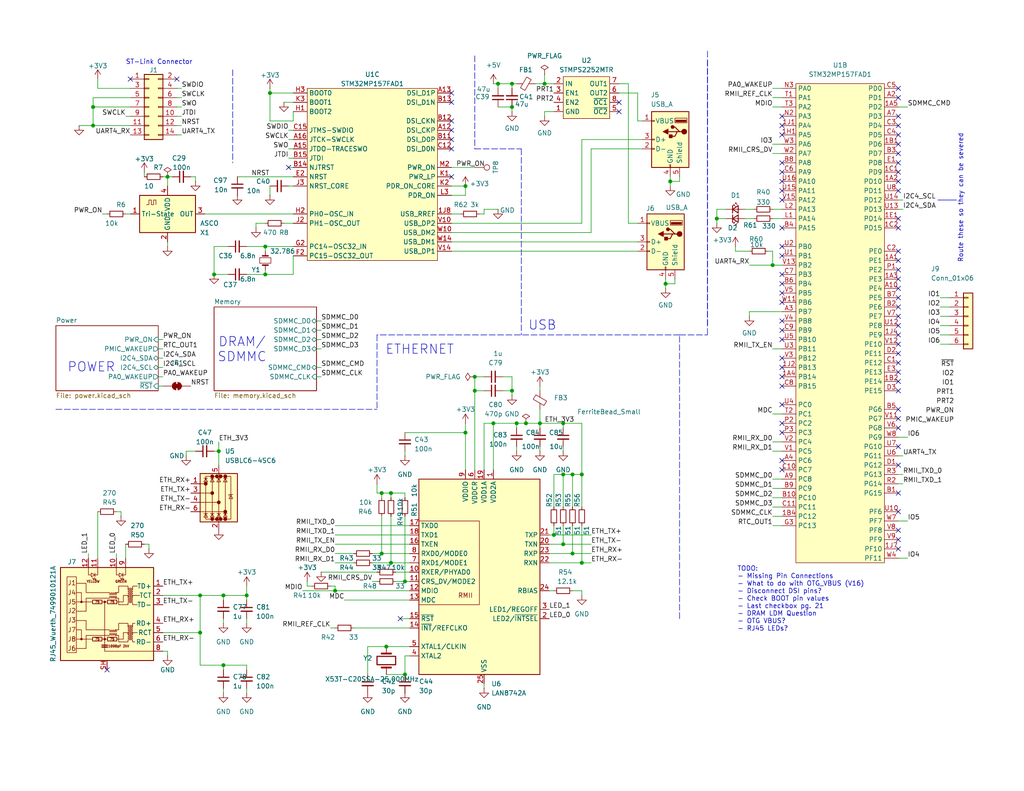
<source format=kicad_sch>
(kicad_sch (version 20231120) (generator "eeschema") (generator_version "8.0")
  (paper "USLetter")
  (title_block (title "SimpleSBC") (date "2025-02-03") (rev "2") (comment 1 "Hans Gaensbauer and Tim Shepard"))
  (junction (at 127 50.8))
  (junction (at 143.51 115.57))
  (junction (at 60.96 162.56))
  (junction (at 58.42 74.93))
  (junction (at 153.67 129.54))
  (junction (at 147.32 115.57))
  (junction (at 72.39 74.93))
  (junction (at 110.49 184.15))
  (junction (at 181.61 77.47))
  (junction (at 134.62 115.57))
  (junction (at 158.75 153.67))
  (junction (at 156.21 129.54))
  (junction (at 91.44 161.29))
  (junction (at 110.49 158.75))
  (junction (at 59.69 123.19))
  (junction (at 106.68 153.67))
  (junction (at 153.67 148.59))
  (junction (at 60.96 181.61))
  (junction (at 151.13 146.05))
  (junction (at 25.4 29.21))
  (junction (at 67.31 162.56))
  (junction (at 106.68 134.62))
  (junction (at 45.72 48.26))
  (junction (at 140.97 115.57))
  (junction (at 135.89 22.86))
  (junction (at 25.4 34.29))
  (junction (at 129.54 102.87))
  (junction (at 139.7 22.86))
  (junction (at 54.61 172.72))
  (junction (at 195.58 59.69))
  (junction (at 158.75 129.54))
  (junction (at 104.14 134.62))
  (junction (at 73.66 25.4))
  (junction (at 72.39 67.31))
  (junction (at 182.88 49.53))
  (junction (at 105.41 176.53))
  (junction (at 139.7 106.68))
  (junction (at 129.54 106.68))
  (junction (at 127 118.11))
  (junction (at 153.67 115.57))
  (junction (at 210.82 72.39))
  (junction (at 54.61 162.56))
  (junction (at 104.14 151.13))
  (junction (at 148.59 22.86))
  (junction (at 156.21 151.13))
  (junction (at 139.7 29.21))
  (no_connect (at 213.36 118.11))
  (no_connect (at 245.11 24.13))
  (no_connect (at 245.11 26.67))
  (no_connect (at 245.11 31.75))
  (no_connect (at 78.74 45.72))
  (no_connect (at 213.36 92.71))
  (no_connect (at 245.11 101.6))
  (no_connect (at 29.21 182.88))
  (no_connect (at 245.11 78.74))
  (no_connect (at 245.11 81.28))
  (no_connect (at 123.19 40.64))
  (no_connect (at 245.11 41.91))
  (no_connect (at 213.36 31.75))
  (no_connect (at 245.11 86.36))
  (no_connect (at 245.11 116.84))
  (no_connect (at 245.11 34.29))
  (no_connect (at 245.11 96.52))
  (no_connect (at 245.11 134.62))
  (no_connect (at 123.19 35.56))
  (no_connect (at 168.91 27.94))
  (no_connect (at 213.36 54.61))
  (no_connect (at 213.36 128.27))
  (no_connect (at 245.11 68.58))
  (no_connect (at 245.11 114.3))
  (no_connect (at 245.11 39.37))
  (no_connect (at 245.11 91.44))
  (no_connect (at 245.11 73.66))
  (no_connect (at 213.36 80.01))
  (no_connect (at 245.11 93.98))
  (no_connect (at 245.11 104.14))
  (no_connect (at 245.11 62.23))
  (no_connect (at 213.36 110.49))
  (no_connect (at 213.36 74.93))
  (no_connect (at 213.36 97.79))
  (no_connect (at 213.36 77.47))
  (no_connect (at 245.11 111.76))
  (no_connect (at 213.36 105.41))
  (no_connect (at 213.36 69.85))
  (no_connect (at 109.22 168.91))
  (no_connect (at 245.11 76.2))
  (no_connect (at 213.36 90.17))
  (no_connect (at 245.11 52.07))
  (no_connect (at 213.36 102.87))
  (no_connect (at 245.11 49.53))
  (no_connect (at 245.11 71.12))
  (no_connect (at 123.19 25.4))
  (no_connect (at 123.19 27.94))
  (no_connect (at 123.19 33.02))
  (no_connect (at 213.36 67.31))
  (no_connect (at 213.36 100.33))
  (no_connect (at 168.91 30.48))
  (no_connect (at 123.19 38.1))
  (no_connect (at 245.11 44.45))
  (no_connect (at 213.36 36.83))
  (no_connect (at 245.11 144.78))
  (no_connect (at 245.11 106.68))
  (no_connect (at 245.11 59.69))
  (no_connect (at 213.36 115.57))
  (no_connect (at 245.11 127))
  (no_connect (at 245.11 149.86))
  (no_connect (at 123.19 48.26))
  (no_connect (at 213.36 46.99))
  (no_connect (at 213.36 34.29))
  (no_connect (at 213.36 49.53))
  (no_connect (at 213.36 87.63))
  (no_connect (at 35.56 21.59))
  (no_connect (at 48.26 21.59))
  (no_connect (at 245.11 36.83))
  (no_connect (at 245.11 121.92))
  (no_connect (at 245.11 147.32))
  (no_connect (at 213.36 125.73))
  (no_connect (at 213.36 52.07))
  (no_connect (at 245.11 139.7))
  (no_connect (at 213.36 44.45))
  (no_connect (at 245.11 83.82))
  (no_connect (at 245.11 46.99))
  (no_connect (at 245.11 88.9))
  (no_connect (at 245.11 99.06))
  (no_connect (at 213.36 62.23))
  (no_connect (at 213.36 82.55))
  (wire (pts (xy 185.42 49.53) (xy 185.42 48.26)))
  (wire (pts (xy 140.97 115.57) (xy 140.97 116.84)))
  (wire (pts (xy 72.39 67.31) (xy 72.39 68.58)))
  (polyline (pts (xy 185.42 91.44) (xy 193.04 91.44)) (stroke (width 0) (type dash)))
  (wire (pts (xy 48.26 36.83) (xy 49.53 36.83)))
  (wire (pts (xy 104.14 134.62) (xy 104.14 135.89)))
  (wire (pts (xy 43.18 102.87) (xy 44.45 102.87)))
  (wire (pts (xy 158.75 60.96) (xy 158.75 38.1)))
  (wire (pts (xy 110.49 184.15) (xy 110.49 179.07)))
  (wire (pts (xy 148.59 22.86) (xy 151.13 22.86)))
  (wire (pts (xy 109.22 168.91) (xy 111.76 168.91)))
  (wire (pts (xy 195.58 59.69) (xy 198.12 59.69)))
  (wire (pts (xy 153.67 121.92) (xy 153.67 123.19)))
  (wire (pts (xy 153.67 148.59) (xy 161.29 148.59)))
  (wire (pts (xy 78.74 45.72) (xy 80.01 45.72)))
  (wire (pts (xy 209.55 68.58) (xy 210.82 68.58)))
  (wire (pts (xy 34.29 31.75) (xy 35.56 31.75)))
  (wire (pts (xy 67.31 187.96) (xy 67.31 189.23)))
  (wire (pts (xy 173.99 33.02) (xy 175.26 33.02)))
  (wire (pts (xy 153.67 115.57) (xy 153.67 116.84)))
  (wire (pts (xy 181.61 76.2) (xy 181.61 77.47)))
  (wire (pts (xy 204.47 85.09) (xy 213.36 85.09)))
  (wire (pts (xy 204.47 86.36) (xy 204.47 85.09)))
  (wire (pts (xy 43.18 100.33) (xy 44.45 100.33)))
  (wire (pts (xy 67.31 182.88) (xy 67.31 181.61)))
  (wire (pts (xy 43.18 92.71) (xy 44.45 92.71)))
  (wire (pts (xy 153.67 129.54) (xy 153.67 138.43)))
  (wire (pts (xy 151.13 143.51) (xy 151.13 146.05)))
  (polyline (pts (xy 193.04 16.51) (xy 193.04 91.44)) (stroke (width 0) (type dash)))
  (polyline (pts (xy 15.24 111.76) (xy 102.87 111.76)) (stroke (width 0) (type dash)))
  (polyline (pts (xy 129.54 15.24) (xy 129.54 40.64)) (stroke (width 0) (type dash)))
  (wire (pts (xy 129.54 102.87) (xy 129.54 106.68)))
  (wire (pts (xy 147.32 115.57) (xy 153.67 115.57)))
  (wire (pts (xy 149.86 146.05) (xy 151.13 146.05)))
  (wire (pts (xy 91.44 160.02) (xy 91.44 161.29)))
  (wire (pts (xy 134.62 115.57) (xy 134.62 128.27)))
  (wire (pts (xy 158.75 129.54) (xy 158.75 138.43)))
  (wire (pts (xy 54.61 162.56) (xy 54.61 172.72)))
  (wire (pts (xy 53.34 48.26) (xy 52.07 48.26)))
  (wire (pts (xy 110.49 158.75) (xy 111.76 158.75)))
  (wire (pts (xy 139.7 107.95) (xy 139.7 106.68)))
  (wire (pts (xy 139.7 22.86) (xy 139.7 24.13)))
  (wire (pts (xy 104.14 134.62) (xy 102.87 134.62)))
  (wire (pts (xy 26.67 139.7) (xy 26.67 152.4)))
  (wire (pts (xy 91.44 148.59) (xy 111.76 148.59)))
  (wire (pts (xy 173.99 60.96) (xy 171.45 60.96)))
  (wire (pts (xy 67.31 168.91) (xy 67.31 170.18)))
  (wire (pts (xy 153.67 115.57) (xy 158.75 115.57)))
  (wire (pts (xy 78.74 38.1) (xy 80.01 38.1)))
  (polyline (pts (xy 185.42 91.44) (xy 102.87 91.44)) (stroke (width 0) (type dash)))
  (wire (pts (xy 210.82 123.19) (xy 213.36 123.19)))
  (wire (pts (xy 106.68 134.62) (xy 104.14 134.62)))
  (wire (pts (xy 156.21 143.51) (xy 156.21 151.13)))
  (polyline (pts (xy 142.24 40.64) (xy 142.24 91.44)) (stroke (width 0) (type dash)))
  (wire (pts (xy 245.11 142.24) (xy 247.65 142.24)))
  (wire (pts (xy 245.11 152.4) (xy 247.65 152.4)))
  (wire (pts (xy 40.64 148.59) (xy 40.64 149.86)))
  (wire (pts (xy 39.37 148.59) (xy 40.64 148.59)))
  (wire (pts (xy 80.01 27.94) (xy 77.47 27.94)))
  (wire (pts (xy 135.89 22.86) (xy 135.89 24.13)))
  (polyline (pts (xy 255.905 54.61) (xy 260.985 54.61)))
  (wire (pts (xy 182.88 49.53) (xy 182.88 50.8)))
  (wire (pts (xy 80.01 69.85) (xy 80.01 74.93)))
  (wire (pts (xy 259.08 88.9) (xy 256.54 88.9)))
  (wire (pts (xy 91.44 161.29) (xy 111.76 161.29)))
  (wire (pts (xy 245.11 124.46) (xy 246.38 124.46)))
  (wire (pts (xy 91.44 143.51) (xy 111.76 143.51)))
  (wire (pts (xy 210.82 130.81) (xy 213.36 130.81)))
  (wire (pts (xy 245.11 119.38) (xy 247.65 119.38)))
  (wire (pts (xy 100.33 176.53) (xy 105.41 176.53)))
  (wire (pts (xy 53.34 49.53) (xy 53.34 48.26)))
  (wire (pts (xy 147.32 111.76) (xy 147.32 115.57)))
  (wire (pts (xy 151.13 146.05) (xy 161.29 146.05)))
  (wire (pts (xy 105.41 176.53) (xy 111.76 176.53)))
  (wire (pts (xy 73.66 25.4) (xy 80.01 25.4)))
  (wire (pts (xy 105.41 184.15) (xy 110.49 184.15)))
  (wire (pts (xy 43.18 95.25) (xy 44.45 95.25)))
  (wire (pts (xy 43.18 105.41) (xy 44.45 105.41)))
  (wire (pts (xy 184.15 77.47) (xy 184.15 76.2)))
  (wire (pts (xy 149.86 161.29) (xy 151.13 161.29)))
  (wire (pts (xy 173.99 25.4) (xy 173.99 33.02)))
  (wire (pts (xy 48.26 29.21) (xy 49.53 29.21)))
  (wire (pts (xy 91.44 171.45) (xy 90.17 171.45)))
  (wire (pts (xy 77.47 60.96) (xy 80.01 60.96)))
  (wire (pts (xy 210.82 120.65) (xy 213.36 120.65)))
  (wire (pts (xy 137.16 106.68) (xy 139.7 106.68)))
  (wire (pts (xy 50.8 123.19) (xy 53.34 123.19)))
  (polyline (pts (xy 102.87 91.44) (xy 102.87 111.76)) (stroke (width 0) (type dash)))
  (wire (pts (xy 132.08 57.15) (xy 135.89 57.15)))
  (wire (pts (xy 259.08 86.36) (xy 256.54 86.36)))
  (wire (pts (xy 48.26 34.29) (xy 49.53 34.29)))
  (wire (pts (xy 100.33 184.15) (xy 100.33 176.53)))
  (wire (pts (xy 86.36 95.25) (xy 87.63 95.25)))
  (wire (pts (xy 147.32 105.41) (xy 147.32 106.68)))
  (wire (pts (xy 143.51 115.57) (xy 140.97 115.57)))
  (wire (pts (xy 44.45 162.56) (xy 54.61 162.56)))
  (wire (pts (xy 91.44 153.67) (xy 96.52 153.67)))
  (wire (pts (xy 44.45 48.26) (xy 45.72 48.26)))
  (wire (pts (xy 210.82 113.03) (xy 213.36 113.03)))
  (wire (pts (xy 171.45 60.96) (xy 171.45 22.86)))
  (wire (pts (xy 153.67 143.51) (xy 153.67 148.59)))
  (wire (pts (xy 59.69 120.65) (xy 59.69 123.19)))
  (wire (pts (xy 245.11 57.15) (xy 246.38 57.15)))
  (wire (pts (xy 25.4 26.67) (xy 35.56 26.67)))
  (wire (pts (xy 73.66 50.8) (xy 73.66 53.34)))
  (wire (pts (xy 123.19 60.96) (xy 158.75 60.96)))
  (wire (pts (xy 132.08 102.87) (xy 129.54 102.87)))
  (wire (pts (xy 54.61 181.61) (xy 54.61 172.72)))
  (wire (pts (xy 129.54 106.68) (xy 132.08 106.68)))
  (wire (pts (xy 148.59 30.48) (xy 151.13 30.48)))
  (wire (pts (xy 58.42 74.93) (xy 62.23 74.93)))
  (wire (pts (xy 60.96 187.96) (xy 60.96 189.23)))
  (wire (pts (xy 156.21 129.54) (xy 153.67 129.54)))
  (wire (pts (xy 259.08 91.44) (xy 256.54 91.44)))
  (wire (pts (xy 158.75 38.1) (xy 175.26 38.1)))
  (wire (pts (xy 123.19 66.04) (xy 173.99 66.04)))
  (wire (pts (xy 129.54 106.68) (xy 129.54 128.27)))
  (polyline (pts (xy 129.54 40.64) (xy 142.24 40.64)) (stroke (width 0) (type dash)))
  (wire (pts (xy 86.36 100.33) (xy 87.63 100.33)))
  (wire (pts (xy 132.08 57.15) (xy 132.08 58.42)))
  (wire (pts (xy 45.72 48.26) (xy 45.72 50.8)))
  (wire (pts (xy 54.61 162.56) (xy 60.96 162.56)))
  (wire (pts (xy 210.82 133.35) (xy 213.36 133.35)))
  (wire (pts (xy 168.91 25.4) (xy 173.99 25.4)))
  (wire (pts (xy 110.49 135.89) (xy 110.49 134.62)))
  (wire (pts (xy 27.94 58.42) (xy 29.21 58.42)))
  (wire (pts (xy 21.59 34.29) (xy 25.4 34.29)))
  (wire (pts (xy 93.98 163.83) (xy 111.76 163.83)))
  (wire (pts (xy 86.36 90.17) (xy 87.63 90.17)))
  (wire (pts (xy 210.82 57.15) (xy 213.36 57.15)))
  (wire (pts (xy 158.75 129.54) (xy 156.21 129.54)))
  (wire (pts (xy 132.08 115.57) (xy 132.08 128.27)))
  (wire (pts (xy 45.72 48.26) (xy 46.99 48.26)))
  (wire (pts (xy 83.82 158.75) (xy 83.82 160.02)))
  (wire (pts (xy 151.13 129.54) (xy 151.13 138.43)))
  (wire (pts (xy 78.74 43.18) (xy 80.01 43.18)))
  (wire (pts (xy 96.52 171.45) (xy 111.76 171.45)))
  (wire (pts (xy 245.11 132.08) (xy 246.38 132.08)))
  (wire (pts (xy 210.82 143.51) (xy 213.36 143.51)))
  (wire (pts (xy 210.82 135.89) (xy 213.36 135.89)))
  (wire (pts (xy 54.61 172.72) (xy 44.45 172.72)))
  (wire (pts (xy 107.95 158.75) (xy 110.49 158.75)))
  (wire (pts (xy 158.75 153.67) (xy 161.29 153.67)))
  (wire (pts (xy 147.32 115.57) (xy 147.32 116.84)))
  (wire (pts (xy 104.14 151.13) (xy 111.76 151.13)))
  (wire (pts (xy 31.75 151.13) (xy 31.75 152.4)))
  (wire (pts (xy 106.68 134.62) (xy 106.68 135.89)))
  (wire (pts (xy 210.82 72.39) (xy 213.36 72.39)))
  (wire (pts (xy 203.2 59.69) (xy 205.74 59.69)))
  (wire (pts (xy 147.32 115.57) (xy 143.51 115.57)))
  (wire (pts (xy 69.85 60.96) (xy 69.85 62.23)))
  (wire (pts (xy 25.4 29.21) (xy 35.56 29.21)))
  (wire (pts (xy 139.7 106.68) (xy 139.7 102.87)))
  (wire (pts (xy 104.14 140.97) (xy 104.14 151.13)))
  (wire (pts (xy 86.36 87.63) (xy 87.63 87.63)))
  (wire (pts (xy 102.87 132.08) (xy 102.87 134.62)))
  (wire (pts (xy 134.62 22.86) (xy 135.89 22.86)))
  (polyline (pts (xy 193.04 13.97) (xy 193.04 88.9)) (stroke (width 0) (type dash)))
  (wire (pts (xy 34.29 148.59) (xy 34.29 152.4)))
  (wire (pts (xy 182.88 48.26) (xy 182.88 49.53)))
  (wire (pts (xy 72.39 60.96) (xy 69.85 60.96)))
  (wire (pts (xy 259.08 81.28) (xy 256.54 81.28)))
  (wire (pts (xy 156.21 129.54) (xy 156.21 138.43)))
  (wire (pts (xy 245.11 29.21) (xy 247.65 29.21)))
  (wire (pts (xy 127 118.11) (xy 127 128.27)))
  (wire (pts (xy 39.37 46.99) (xy 39.37 48.26)))
  (wire (pts (xy 210.82 26.67) (xy 213.36 26.67)))
  (wire (pts (xy 73.66 33.02) (xy 80.01 33.02)))
  (wire (pts (xy 48.26 24.13) (xy 49.53 24.13)))
  (wire (pts (xy 58.42 123.19) (xy 59.69 123.19)))
  (wire (pts (xy 127 115.57) (xy 127 118.11)))
  (wire (pts (xy 195.58 57.15) (xy 195.58 59.69)))
  (polyline (pts (xy 185.42 168.91) (xy 185.42 91.44)) (stroke (width 0) (type dash)))
  (wire (pts (xy 161.29 40.64) (xy 175.26 40.64)))
  (wire (pts (xy 73.66 24.13) (xy 73.66 25.4)))
  (wire (pts (xy 204.47 72.39) (xy 210.82 72.39)))
  (wire (pts (xy 139.7 22.86) (xy 140.97 22.86)))
  (wire (pts (xy 156.21 151.13) (xy 161.29 151.13)))
  (wire (pts (xy 140.97 115.57) (xy 134.62 115.57)))
  (wire (pts (xy 158.75 162.56) (xy 158.75 161.29)))
  (wire (pts (xy 80.01 33.02) (xy 80.01 30.48)))
  (wire (pts (xy 135.89 29.21) (xy 139.7 29.21)))
  (wire (pts (xy 106.68 153.67) (xy 111.76 153.67)))
  (wire (pts (xy 91.44 151.13) (xy 96.52 151.13)))
  (wire (pts (xy 101.6 153.67) (xy 106.68 153.67)))
  (wire (pts (xy 25.4 29.21) (xy 25.4 26.67)))
  (wire (pts (xy 67.31 160.02) (xy 67.31 162.56)))
  (wire (pts (xy 210.82 95.25) (xy 213.36 95.25)))
  (wire (pts (xy 135.89 22.86) (xy 139.7 22.86)))
  (wire (pts (xy 123.19 68.58) (xy 173.99 68.58)))
  (wire (pts (xy 106.68 140.97) (xy 106.68 153.67)))
  (wire (pts (xy 158.75 143.51) (xy 158.75 153.67)))
  (wire (pts (xy 259.08 83.82) (xy 256.54 83.82)))
  (wire (pts (xy 182.88 49.53) (xy 185.42 49.53)))
  (wire (pts (xy 72.39 74.93) (xy 80.01 74.93)))
  (wire (pts (xy 33.02 139.7) (xy 33.02 140.97)))
  (wire (pts (xy 210.82 59.69) (xy 213.36 59.69)))
  (wire (pts (xy 181.61 77.47) (xy 184.15 77.47)))
  (wire (pts (xy 195.58 57.15) (xy 198.12 57.15)))
  (wire (pts (xy 123.19 58.42) (xy 125.73 58.42)))
  (wire (pts (xy 110.49 118.11) (xy 127 118.11)))
  (wire (pts (xy 107.95 156.21) (xy 111.76 156.21)))
  (wire (pts (xy 147.32 121.92) (xy 147.32 123.19)))
  (wire (pts (xy 200.66 68.58) (xy 200.66 67.31)))
  (polyline (pts (xy 63.5 19.05) (xy 63.5 44.45)) (stroke (width 0) (type dash)))
  (wire (pts (xy 60.96 162.56) (xy 60.96 163.83)))
  (wire (pts (xy 87.63 156.21) (xy 102.87 156.21)))
  (wire (pts (xy 210.82 140.97) (xy 213.36 140.97)))
  (wire (pts (xy 44.45 177.8) (xy 45.72 177.8)))
  (wire (pts (xy 123.19 50.8) (xy 127 50.8)))
  (wire (pts (xy 59.69 123.19) (xy 59.69 127)))
  (wire (pts (xy 123.19 53.34) (xy 127 53.34)))
  (wire (pts (xy 86.36 102.87) (xy 87.63 102.87)))
  (wire (pts (xy 210.82 29.21) (xy 213.36 29.21)))
  (wire (pts (xy 245.11 129.54) (xy 246.38 129.54)))
  (wire (pts (xy 210.82 39.37) (xy 213.36 39.37)))
  (wire (pts (xy 26.67 21.59) (xy 26.67 24.13)))
  (wire (pts (xy 78.74 35.56) (xy 80.01 35.56)))
  (wire (pts (xy 132.08 58.42) (xy 130.81 58.42)))
  (wire (pts (xy 123.19 63.5) (xy 161.29 63.5)))
  (wire (pts (xy 148.59 31.75) (xy 148.59 30.48)))
  (wire (pts (xy 90.17 160.02) (xy 91.44 160.02)))
  (wire (pts (xy 48.26 26.67) (xy 49.53 26.67)))
  (wire (pts (xy 148.59 20.32) (xy 148.59 22.86)))
  (wire (pts (xy 31.75 139.7) (xy 33.02 139.7)))
  (wire (pts (xy 86.36 92.71) (xy 87.63 92.71)))
  (wire (pts (xy 82.55 161.29) (xy 91.44 161.29)))
  (wire (pts (xy 210.82 41.91) (xy 213.36 41.91)))
  (wire (pts (xy 25.4 34.29) (xy 35.56 34.29)))
  (wire (pts (xy 67.31 181.61) (xy 60.96 181.61)))
  (wire (pts (xy 60.96 168.91) (xy 60.96 170.18)))
  (wire (pts (xy 210.82 68.58) (xy 210.82 72.39)))
  (wire (pts (xy 168.91 22.86) (xy 171.45 22.86)))
  (wire (pts (xy 72.39 67.31) (xy 80.01 67.31)))
  (wire (pts (xy 72.39 74.93) (xy 67.31 74.93)))
  (wire (pts (xy 48.26 31.75) (xy 49.53 31.75)))
  (wire (pts (xy 110.49 123.19) (xy 110.49 124.46)))
  (wire (pts (xy 55.88 58.42) (xy 80.01 58.42)))
  (wire (pts (xy 149.86 148.59) (xy 153.67 148.59)))
  (wire (pts (xy 60.96 181.61) (xy 60.96 182.88)))
  (wire (pts (xy 149.86 153.67) (xy 158.75 153.67)))
  (wire (pts (xy 158.75 161.29) (xy 156.21 161.29)))
  (wire (pts (xy 110.49 140.97) (xy 110.49 158.75)))
  (wire (pts (xy 140.97 121.92) (xy 140.97 123.19)))
  (wire (pts (xy 204.47 68.58) (xy 200.66 68.58)))
  (wire (pts (xy 72.39 73.66) (xy 72.39 74.93)))
  (wire (pts (xy 123.19 45.72) (xy 129.54 45.72)))
  (wire (pts (xy 43.18 97.79) (xy 44.45 97.79)))
  (wire (pts (xy 259.08 93.98) (xy 256.54 93.98)))
  (wire (pts (xy 45.72 177.8) (xy 45.72 179.07)))
  (wire (pts (xy 132.08 187.96) (xy 132.08 186.69)))
  (wire (pts (xy 146.05 22.86) (xy 148.59 22.86)))
  (wire (pts (xy 101.6 158.75) (xy 102.87 158.75)))
  (wire (pts (xy 45.72 66.04) (xy 45.72 67.31)))
  (wire (pts (xy 181.61 77.47) (xy 181.61 78.74)))
  (wire (pts (xy 139.7 102.87) (xy 137.16 102.87)))
  (wire (pts (xy 73.66 25.4) (xy 73.66 33.02)))
  (wire (pts (xy 83.82 160.02) (xy 85.09 160.02)))
  (wire (pts (xy 60.96 181.61) (xy 54.61 181.61)))
  (wire (pts (xy 195.58 60.96) (xy 195.58 59.69)))
  (wire (pts (xy 161.29 40.64) (xy 161.29 63.5)))
  (wire (pts (xy 127 50.8) (xy 127 53.34)))
  (wire (pts (xy 64.77 48.26) (xy 80.01 48.26)))
  (wire (pts (xy 78.74 50.8) (xy 80.01 50.8)))
  (wire (pts (xy 158.75 115.57) (xy 158.75 129.54)))
  (wire (pts (xy 203.2 57.15) (xy 205.74 57.15)))
  (wire (pts (xy 67.31 163.83) (xy 67.31 162.56)))
  (wire (pts (xy 210.82 24.13) (xy 213.36 24.13)))
  (wire (pts (xy 58.42 67.31) (xy 58.42 74.93)))
  (wire (pts (xy 149.86 151.13) (xy 156.21 151.13)))
  (wire (pts (xy 245.11 54.61) (xy 246.38 54.61)))
  (wire (pts (xy 35.56 24.13) (xy 26.67 24.13)))
  (wire (pts (xy 34.29 58.42) (xy 35.56 58.42)))
  (wire (pts (xy 25.4 34.29) (xy 25.4 29.21)))
  (wire (pts (xy 110.49 179.07) (xy 111.76 179.07)))
  (wire (pts (xy 153.67 129.54) (xy 151.13 129.54)))
  (wire (pts (xy 110.49 134.62) (xy 106.68 134.62)))
  (wire (pts (xy 139.7 29.21) (xy 139.7 30.48)))
  (wire (pts (xy 67.31 162.56) (xy 60.96 162.56)))
  (wire (pts (xy 101.6 151.13) (xy 104.14 151.13)))
  (wire (pts (xy 134.62 115.57) (xy 132.08 115.57)))
  (wire (pts (xy 24.13 151.13) (xy 24.13 152.4)))
  (wire (pts (xy 62.23 67.31) (xy 58.42 67.31)))
  (wire (pts (xy 50.8 124.46) (xy 50.8 123.19)))
  (wire (pts (xy 78.74 40.64) (xy 80.01 40.64)))
  (wire (pts (xy 91.44 146.05) (xy 111.76 146.05)))
  (wire (pts (xy 210.82 138.43) (xy 213.36 138.43)))
  (wire (pts (xy 67.31 67.31) (xy 72.39 67.31)))
  (text "TODO:\n- Missing Pin Connections\n- What to do with OTG_VBUS (V16)\n- Disconnect DSI pins?\n- Check BOOT pin values\n- Last checkbox pg. 21\n- DRAM LDM Question\n- OTG VBUS?\n- RJ45 LEDs?" (at 201.168 163.576 0) (effects (font (size 1.27 1.27)) (justify left)))
  (text "USB" (at 151.892 90.424 0) (effects (font (size 2.54 2.54)) (justify right bottom)))
  (text "Route these so they can be severed" (at 262.128 54.102 90) (effects (font (size 1.27 1.27))))
  (text "DRAM/\nSDMMC" (at 66.04 99.06 0) (effects (font (size 2.54 2.54)) (justify bottom)))
  (text "POWER" (at 31.496 101.854 0) (effects (font (size 2.54 2.54)) (justify right bottom)))
  (text "ETHERNET" (at 123.952 97.028 0) (effects (font (size 2.54 2.54)) (justify right bottom)))
  (text "ST-Link Connector" (at 34.29 17.78 0) (effects (font (size 1.27 1.27)) (justify left bottom)))
  (label "UART4_RX" (at 35.56 36.83 180))
  (label "PRT1" (at 151.13 25.4 180))
  (label "SDMMC_CLK" (at 210.82 140.97 180))
  (label "ETH_TX-" (at 44.45 165.1 0))
  (label "SDMMC_D0" (at 87.63 87.63 0))
  (label "I2C4_SCL" (at 246.38 54.61 0))
  (label "ETH_RX-" (at 44.45 175.26 0))
  (label "SWCLK" (at 34.29 31.75 180))
  (label "MDIO" (at 82.55 161.29 180))
  (label "IO5" (at 247.65 142.24 0))
  (label "SDMMC_CMD" (at 87.63 100.33 0))
  (label "SDMMC_D3" (at 87.63 95.25 0))
  (label "PRT2" (at 151.13 27.94 180))
  (label "SDMMC_D2" (at 210.82 135.89 180))
  (label "RMII_TXD_1" (at 246.38 132.08 0))
  (label "PA0_WAKEUP" (at 210.82 24.13 180))
  (label "IO3" (at 210.82 39.37 180))
  (label "LED_1" (at 24.13 151.13 90))
  (label "PWR_ON" (at 260.35 113.03 180))
  (label "RMII_TX_EN" (at 91.44 148.59 180))
  (label "MDC" (at 93.98 163.83 180))
  (label "RTC_OUT1" (at 44.45 95.25 0))
  (label "MDC" (at 210.82 113.03 180))
  (label "RMII_TXD_1" (at 91.44 146.05 180))
  (label "IO2" (at 256.54 83.82 180))
  (label "ETH_TX-" (at 161.29 148.59 0))
  (label "ETH_TX+" (at 161.29 146.05 0))
  (label "RMII_CRS_DV" (at 210.82 41.91 180))
  (label "UART4_TX" (at 246.38 124.46 0))
  (label "LED_0" (at 31.75 151.13 90))
  (label "UART4_RX" (at 204.47 72.39 180))
  (label "IO3" (at 256.54 86.36 180))
  (label "RMII_RX_D0" (at 210.82 120.65 180))
  (label "SWDIO" (at 78.74 35.56 180))
  (label "ETH_TX+" (at 44.45 160.02 0))
  (label "ETH_RX+" (at 161.29 151.13 0))
  (label "SWCLK" (at 78.74 38.1 180))
  (label "IO2" (at 260.35 102.87 180))
  (label "ETH_TX-" (at 52.07 137.16 180))
  (label "RMII_TXD_0" (at 246.38 129.54 0))
  (label "SWDIO" (at 49.53 24.13 0))
  (label "NRST" (at 52.07 105.41 0))
  (label "IO1" (at 256.54 81.28 180))
  (label "IO6" (at 247.65 119.38 0))
  (label "ETH_RX-" (at 52.07 139.7 180))
  (label "IO4" (at 247.65 152.4 0))
  (label "ETH_RX-" (at 161.29 153.67 0))
  (label "IO1" (at 260.35 105.41 180))
  (label "NRST" (at 49.53 34.29 0))
  (label "SDMMC_D2" (at 87.63 92.71 0))
  (label "RMII_REF_CLK" (at 210.82 26.67 180))
  (label "I2C4_SDA" (at 246.38 57.15 0))
  (label "RMII_RX_D1" (at 91.44 153.67 180))
  (label "JTDI" (at 78.74 43.18 180))
  (label "IO4" (at 256.54 88.9 180))
  (label "PA0_WAKEUP" (at 44.45 102.87 0))
  (label "LED_1" (at 149.86 166.37 0))
  (label "PWR_ON" (at 27.94 58.42 180))
  (label "RMII_REF_CLK" (at 90.17 171.45 180))
  (label "IO6" (at 256.54 93.98 180))
  (label "RMII_TXD_0" (at 91.44 143.51 180))
  (label "ETH_TX+" (at 52.07 134.62 180))
  (label "RMII_RX_D0" (at 91.44 151.13 180))
  (label "~{RST}" (at 260.35 100.33 180))
  (label "PRT2" (at 260.35 110.49 180))
  (label "PRT1" (at 260.35 107.95 180))
  (label "JTDI" (at 49.53 31.75 0))
  (label "IO5" (at 256.54 91.44 180))
  (label "ETH_RX+" (at 52.07 132.08 180))
  (label "RMII_CRS_DV" (at 101.6 158.75 180))
  (label "UART4_TX" (at 49.53 36.83 0))
  (label "LED_0" (at 149.86 168.91 0))
  (label "SDMMC_D0" (at 210.82 130.81 180))
  (label "PWR_ON" (at 44.45 92.71 0))
  (label "PWR_ON" (at 124.46 45.72 0))
  (label "SWCLK" (at 49.53 26.67 0))
  (label "I2C4_SCL" (at 44.45 100.33 0))
  (label "ETH_3V3" (at 148.59 115.57 0))
  (label "SDMMC_CMD" (at 247.65 29.21 0))
  (label "PMIC_WAKEUP" (at 260.35 115.57 180))
  (label "SWO" (at 78.74 40.64 180))
  (label "RMII_TX_EN" (at 210.82 95.25 180))
  (label "ETH_RX+" (at 44.45 170.18 0))
  (label "SDMMC_D3" (at 210.82 138.43 180))
  (label "SWO" (at 49.53 29.21 0))
  (label "SDMMC_D1" (at 87.63 90.17 0))
  (label "MDIO" (at 210.82 29.21 180))
  (label "I2C4_SDA" (at 44.45 97.79 0))
  (label "SDMMC_CLK" (at 87.63 102.87 0))
  (label "NRST" (at 68.58 48.26 0))
  (label "ETH_3V3" (at 59.69 120.65 0))
  (label "RMII_RX_D1" (at 210.82 123.19 180))
  (label "SDMMC_D1" (at 210.82 133.35 180))
  (label "RTC_OUT1" (at 210.82 143.51 180))
  (symbol (lib_id "Device:R_Small") (at 105.41 158.75 90) (mirror x) (unit 1)
    (property "Reference" "R48" (at 102.87 160.02 90) (effects (justify left)))
    (property "Value" "33" (at 110.49 160.02 90) (effects (justify left)))
    (property "Footprint" "Resistor_SMD:R_0402_1005Metric" (effects (hide yes)))
    (property "Description" "Resistor, small symbol" (effects (hide yes)))
  )
  (symbol (lib_id "power:GND") (at 60.96 189.23 0) (unit 1)
    (property "Reference" "#PWR097" (effects (hide yes)))
    (property "Value" "GND" (at 60.96 194.31 0))
    (property "Description" "Power symbol creates a global label with name \"GND\" , ground" (effects (hide yes)))
  )
  (symbol (lib_id "power:GND") (at 153.67 123.19 0) (unit 1)
    (property "Reference" "#PWR0105" (effects (hide yes)))
    (property "Value" "GND" (at 153.67 128.27 0))
    (property "Description" "Power symbol creates a global label with name \"GND\" , ground" (effects (hide yes)))
  )
  (symbol (lib_id "Device:C_Small") (at 60.96 185.42 0) (unit 1)
    (property "Reference" "C78" (at 63.5 184.7913 0) (effects (justify left)))
    (property "Value" "1u" (at 63.5 187.3313 0) (effects (justify left)))
    (property "Footprint" "Capacitor_SMD:C_0402_1005Metric" (effects (hide yes)))
    (property "Description" "Unpolarized capacitor, small symbol" (effects (hide yes)))
  )
  (symbol (lib_id "Device:R_Small") (at 207.01 68.58 270) (mirror x) (unit 1)
    (property "Reference" "R60" (at 208.28 65.278 90) (effects (justify right)))
    (property "Value" "10k" (at 208.28 66.802 90) (effects (justify right)))
    (property "Footprint" "Resistor_SMD:R_0402_1005Metric" (effects (hide yes)))
    (property "Description" "Resistor, small symbol" (effects (hide yes)))
  )
  (symbol (lib_id "Device:Crystal_Small") (at 72.39 71.12 90) (unit 1)
    (property "Reference" "Y1" (at 68.58 73.66 90) (effects (justify right)))
    (property "Value" "32.786" (at 73.66 68.58 90) (effects (justify right)))
    (property "Footprint" "Crystal:Crystal_SMD_MicroCrystal_CM9V-T1A-2Pin_1.6x1.0mm" (effects (hide yes)))
    (property "Description" "Two pin crystal, small symbol" (effects (hide yes)))
  )
  (symbol (lib_id "power:+3.3V") (at 26.67 21.59 0) (unit 1)
    (property "Reference" "#PWR03" (effects (hide yes)))
    (property "Value" "+3V3" (at 26.67 17.9855 0))
    (property "Description" "Power symbol creates a global label with name \"+3.3V\"" (effects (hide yes)))
  )
  (symbol (lib_id "Connector:USB_A") (at 182.88 38.1 0) (mirror y) (unit 1)
    (property "Reference" "J5" (at 177.546 25.908 0) (effects (justify right)))
    (property "Value" "USB_A" (at 177.546 28.448 0) (effects (justify right)))
    (property "Footprint" "Connector_USB:USB_A_Molex_67643_Horizontal" (effects (hide yes)))
    (property "Description" "USB Type A connector" (effects (hide yes)))
  )
  (symbol (lib_id "power:PWR_FLAG") (at 45.72 48.26 0) (unit 1)
    (property "Reference" "#FLG0101" (effects (hide yes)))
    (property "Value" "PWR_FLAG" (effects (hide yes)))
    (property "Description" "Special symbol for telling ERC where power comes from" (effects (hide yes)))
  )
  (symbol (lib_id "Device:C_Small") (at 134.62 102.87 90) (unit 1)
    (property "Reference" "C79" (at 137.16 99.06 90) (effects (justify left)))
    (property "Value" "1u" (at 137.16 96.52 90) (effects (justify left)))
    (property "Footprint" "Capacitor_SMD:C_0402_1005Metric" (effects (hide yes)))
    (property "Description" "Unpolarized capacitor, small symbol" (effects (hide yes)))
  )
  (symbol (lib_id "power:GND") (at 60.96 170.18 0) (unit 1)
    (property "Reference" "#PWR096" (effects (hide yes)))
    (property "Value" "GND" (at 60.96 175.26 0))
    (property "Description" "Power symbol creates a global label with name \"GND\" , ground" (effects (hide yes)))
  )
  (symbol (lib_id "power:+3V3") (at 83.82 158.75 0) (unit 1)
    (property "Reference" "#PWR032" (effects (hide yes)))
    (property "Value" "+3V3" (at 83.82 154.94 0))
    (property "Description" "Power symbol creates a global label with name \"+3V3\"" (effects (hide yes)))
  )
  (symbol (lib_id "power:GND") (at 100.33 189.23 0) (unit 1)
    (property "Reference" "#PWR037" (effects (hide yes)))
    (property "Value" "GND" (at 100.33 194.31 0))
    (property "Description" "Power symbol creates a global label with name \"GND\" , ground" (effects (hide yes)))
  )
  (symbol (lib_id "Device:FerriteBead_Small") (at 147.32 109.22 180) (unit 1)
    (property "Reference" "FB3" (at 151.13 108.6231 0) (effects (justify right)))
    (property "Value" "FerriteBead_Small" (at 157.48 112.4331 0) (effects (justify right)))
    (property "Footprint" "Inductor_SMD:L_0603_1608Metric" (effects (hide yes)))
    (property "Description" "Ferrite bead, small symbol" (effects (hide yes)))
  )
  (symbol (lib_id "Device:C_Small") (at 134.62 106.68 90) (mirror x) (unit 1)
    (property "Reference" "C80" (at 137.16 110.49 90) (effects (justify left)))
    (property "Value" "470p" (at 137.16 113.03 90) (effects (justify left)))
    (property "Footprint" "Capacitor_SMD:C_0402_1005Metric" (effects (hide yes)))
    (property "Description" "Unpolarized capacitor, small symbol" (effects (hide yes)))
  )
  (symbol (lib_id "power:GND") (at 67.31 189.23 0) (unit 1)
    (property "Reference" "#PWR0100" (effects (hide yes)))
    (property "Value" "GND" (at 67.31 194.31 0))
    (property "Description" "Power symbol creates a global label with name \"GND\" , ground" (effects (hide yes)))
  )
  (symbol (lib_id "power:PWR_FLAG") (at 148.59 20.32 0) (unit 1)
    (property "Reference" "#FLG05" (effects (hide yes)))
    (property "Value" "PWR_FLAG" (at 148.59 15.24 0))
    (property "Description" "Special symbol for telling ERC where power comes from" (effects (hide yes)))
  )
  (symbol (lib_id "Connector:TestPoint") (at 129.54 45.72 270) (unit 1)
    (property "Reference" "TP8" (at 135.255 43.815 0) (effects (justify left)))
    (property "Value" "TestPoint" (effects (hide yes)))
    (property "Footprint" "TestPoint:TestPoint_Pad_D1.0mm" (effects (hide yes)))
    (property "Description" "test point" (effects (hide yes)))
  )
  (symbol (lib_id "power:GND") (at 158.75 162.56 0) (unit 1)
    (property "Reference" "#PWR0106" (effects (hide yes)))
    (property "Value" "GND" (at 158.75 167.64 0))
    (property "Description" "Power symbol creates a global label with name \"GND\" , ground" (effects (hide yes)))
  )
  (symbol (lib_id "Device:R_Small") (at 151.13 140.97 180) (unit 1)
    (property "Reference" "R52" (at 149.86 134.62 90) (effects (justify left)))
    (property "Value" "51" (at 152.4 143.51 90) (effects (justify left)))
    (property "Footprint" "Resistor_SMD:R_0402_1005Metric" (effects (hide yes)))
    (property "Description" "Resistor, small symbol" (effects (hide yes)))
  )
  (symbol (lib_id "Jumper:SolderJumper_2_Bridged") (at 48.26 105.41 0) (unit 1) (exclude_from_sim yes) (in_bom no)
    (property "Reference" "JP1" (at 48.26 99.06 0))
    (property "Value" "SolderJumper_2_Bridged" (effects (hide yes)))
    (property "Description" "Solder Jumper, 2-pole, closed/bridged" (effects (hide yes)))
  )
  (symbol (lib_id "power:GND") (at 132.08 187.96 0) (unit 1)
    (property "Reference" "#PWR098" (effects (hide yes)))
    (property "Value" "GND" (at 132.08 193.04 0))
    (property "Description" "Power symbol creates a global label with name \"GND\" , ground" (effects (hide yes)))
  )
  (symbol (lib_id "Device:C_Small") (at 60.96 166.37 0) (unit 1)
    (property "Reference" "C77" (at 63.5 165.7413 0) (effects (justify left)))
    (property "Value" "1u" (at 63.5 168.2813 0) (effects (justify left)))
    (property "Footprint" "Capacitor_SMD:C_0402_1005Metric" (effects (hide yes)))
    (property "Description" "Unpolarized capacitor, small symbol" (effects (hide yes)))
  )
  (symbol (lib_id "Connector_Generic:Conn_02x07_Odd_Even") (at 40.64 29.21 0) (unit 1)
    (property "Reference" "J1" (at 41.91 19.1285 0))
    (property "Value" "Conn_02x07_Odd_Even" (effects (hide yes)))
    (property "Footprint" "SimpleSBC:PinHeader_2x7_P1.27mm_SMD" (effects (hide yes)))
    (property "Description" "Generic connector, double row, 02x07, odd/even pin numbering scheme (row 1 odd numbers, row 2 even numbers), script generated (kicad-library-utils/schlib/autogen/connector/)" (effects (hide yes)))
  )
  (symbol (lib_id "Device:R_Small") (at 36.83 148.59 270) (unit 1)
    (property "Reference" "R50" (at 35.56 146.05 90) (effects (justify left)))
    (property "Value" "270" (at 35.56 143.51 90) (effects (justify left)))
    (property "Footprint" "Resistor_SMD:R_0402_1005Metric" (effects (hide yes)))
    (property "Description" "Resistor, small symbol" (effects (hide yes)))
  )
  (symbol (lib_id "Device:C_Small") (at 153.67 119.38 0) (mirror y) (unit 1)
    (property "Reference" "C85" (at 153.67 118.11 0) (effects (justify left)))
    (property "Value" "10u" (at 153.67 121.92 0) (effects (justify left)))
    (property "Footprint" "Capacitor_SMD:C_0805_2012Metric" (effects (hide yes)))
    (property "Description" "Unpolarized capacitor, small symbol" (effects (hide yes)))
  )
  (symbol (lib_id "Device:R_Small") (at 208.28 57.15 90) (unit 1)
    (property "Reference" "R40" (at 208.28 52.4469 90))
    (property "Value" "330" (at 208.28 55.222 90))
    (property "Footprint" "Resistor_SMD:R_0402_1005Metric" (effects (hide yes)))
    (property "Description" "Resistor, small symbol" (effects (hide yes)))
  )
  (symbol (lib_id "Connector:USB_A") (at 181.61 66.04 0) (mirror y) (unit 1)
    (property "Reference" "J6" (at 176.276 56.896 0) (effects (justify right)))
    (property "Value" "USB_A" (at 181.61 56.642 0) (effects (justify right)))
    (property "Footprint" "Connector_USB:USB_A_Molex_67643_Horizontal" (effects (hide yes)))
    (property "Description" "USB Type A connector" (effects (hide yes)))
  )
  (symbol (lib_id "power:+3.3V") (at 39.37 46.99 0) (unit 1)
    (property "Reference" "#PWR09" (effects (hide yes)))
    (property "Value" "+3V3" (at 39.37 43.3855 0))
    (property "Description" "Power symbol creates a global label with name \"+3.3V\"" (effects (hide yes)))
  )
  (symbol (lib_id "power:GND") (at 33.02 140.97 0) (mirror y) (unit 1)
    (property "Reference" "#PWR074" (effects (hide yes)))
    (property "Value" "GND" (effects (hide yes)))
    (property "Description" "Power symbol creates a global label with name \"GND\" , ground" (effects (hide yes)))
  )
  (symbol (lib_id "power:PWR_FLAG") (at 129.54 102.87 90) (unit 1)
    (property "Reference" "#FLG06" (effects (hide yes)))
    (property "Value" "PWR_FLAG" (at 125.73 102.8699 90) (effects (justify left)))
    (property "Description" "Special symbol for telling ERC where power comes from" (effects (hide yes)))
  )
  (symbol (lib_id "power:GND") (at 58.42 74.93 0) (unit 1)
    (property "Reference" "#PWR014" (effects (hide yes)))
    (property "Value" "GND" (effects (hide yes)))
    (property "Description" "Power symbol creates a global label with name \"GND\" , ground" (effects (hide yes)))
  )
  (symbol (lib_id "Device:C_Small") (at 110.49 120.65 0) (unit 1)
    (property "Reference" "C43" (at 113.03 120.0213 0) (effects (justify left)))
    (property "Value" "100n" (at 113.03 122.5613 0) (effects (justify left)))
    (property "Footprint" "Capacitor_SMD:C_0402_1005Metric" (effects (hide yes)))
    (property "Description" "Unpolarized capacitor, small symbol" (effects (hide yes)))
  )
  (symbol (lib_id "Device:R_Small") (at 99.06 153.67 90) (mirror x) (unit 1)
    (property "Reference" "R44" (at 96.52 154.94 90) (effects (justify left)))
    (property "Value" "33" (at 104.14 154.94 90) (effects (justify left)))
    (property "Footprint" "Resistor_SMD:R_0402_1005Metric" (effects (hide yes)))
    (property "Description" "Resistor, small symbol" (effects (hide yes)))
  )
  (symbol (lib_id "SimpleSBC:RJ45_Wuerth_7499010121A") (at 29.21 167.64 0) (unit 1)
    (property "Reference" "J7" (at 20.828 153.416 0) (effects (justify right)))
    (property "Value" "RJ45_Wuerth_7499010121A" (at 14.478 154.432 90) (effects (justify right)))
    (property "Footprint" "Connector_RJ:RJ45_Wuerth_7499010121A_Horizontal" (effects (hide yes)))
    (property "Datasheet" "http://katalog.we-online.de/pbs/datasheet/7499010121A.pdf" (effects (hide yes)))
    (property "Description" "LAN Transformer Jack, RJ45, 10/100 BaseT" (effects (hide yes)))
  )
  (symbol (lib_id "Device:C_Small") (at 140.97 119.38 0) (mirror y) (unit 1)
    (property "Reference" "C83" (at 138.43 118.7513 0) (effects (justify left)))
    (property "Value" "100n" (at 138.43 121.2913 0) (effects (justify left)))
    (property "Footprint" "Capacitor_SMD:C_0402_1005Metric" (effects (hide yes)))
    (property "Description" "Unpolarized capacitor, small symbol" (effects (hide yes)))
  )
  (symbol (lib_id "Interface_Ethernet:LAN8742A") (at 132.08 158.75 0) (unit 1)
    (property "Reference" "U6" (at 134.0359 186.69 0) (effects (justify left)))
    (property "Value" "LAN8742A" (at 134.0359 189.23 0) (effects (justify left)))
    (property "Footprint" "Package_DFN_QFN:VQFN-24-1EP_4x4mm_P0.5mm_EP2.5x2.5mm_ThermalVias" (effects (hide yes)))
    (property "Datasheet" "http://ww1.microchip.com/downloads/en/DeviceDoc/8742a.pdf" (effects (hide yes)))
    (property "Description" "LAN8720 Ethernet PHY with RMII interface, QFN-24" (effects (hide yes)))
  )
  (symbol (lib_id "power:GND") (at 204.47 86.36 0) (unit 1)
    (property "Reference" "#PWR060" (effects (hide yes)))
    (property "Value" "GND" (at 204.47 90.9225 0))
    (property "Description" "Power symbol creates a global label with name \"GND\" , ground" (effects (hide yes)))
  )
  (symbol (lib_id "Device:Crystal") (at 105.41 180.34 90) (unit 1)
    (property "Reference" "Y2" (at 101.6 179.705 90) (effects (justify left)))
    (property "Value" "X53T-C20SSA-25.000MHz" (at 114.3 185.42 90) (effects (justify left)))
    (property "Footprint" "Crystal:Crystal_SMD_MicroCrystal_CM9V-T1A-2Pin_1.6x1.0mm" (effects (hide yes)))
    (property "Description" "Two pin crystal" (effects (hide yes)))
  )
  (symbol (lib_id "power:GND") (at 67.31 170.18 0) (unit 1)
    (property "Reference" "#PWR099" (effects (hide yes)))
    (property "Value" "GND" (at 67.31 175.26 0))
    (property "Description" "Power symbol creates a global label with name \"GND\" , ground" (effects (hide yes)))
  )
  (symbol (lib_id "power:GND") (at 50.8 124.46 0) (unit 1)
    (property "Reference" "#PWR093" (effects (hide yes)))
    (property "Value" "GND" (at 48.26 124.46 0))
    (property "Description" "Power symbol creates a global label with name \"GND\" , ground" (effects (hide yes)))
  )
  (symbol (lib_id "power:GND") (at 110.49 124.46 0) (unit 1)
    (property "Reference" "#PWR089" (effects (hide yes)))
    (property "Value" "GND" (at 110.49 129.54 0))
    (property "Description" "Power symbol creates a global label with name \"GND\" , ground" (effects (hide yes)))
  )
  (symbol (lib_id "Device:C_Small") (at 100.33 186.69 0) (unit 1)
    (property "Reference" "C42" (at 104.14 186.0613 0) (effects (justify left)))
    (property "Value" "30p" (at 104.14 188.6013 0) (effects (justify left)))
    (property "Footprint" "Capacitor_SMD:C_0402_1005Metric" (effects (hide yes)))
    (property "Description" "Unpolarized capacitor, small symbol" (effects (hide yes)))
  )
  (symbol (lib_id "Device:C_Small") (at 67.31 166.37 0) (unit 1)
    (property "Reference" "C81" (at 69.85 165.7413 0) (effects (justify left)))
    (property "Value" "100n" (at 69.85 168.2813 0) (effects (justify left)))
    (property "Footprint" "Capacitor_SMD:C_0402_1005Metric" (effects (hide yes)))
    (property "Description" "Unpolarized capacitor, small symbol" (effects (hide yes)))
  )
  (symbol (lib_id "Device:R_Small") (at 29.21 139.7 270) (unit 1)
    (property "Reference" "R45" (at 27.94 137.16 90) (effects (justify left)))
    (property "Value" "270" (at 27.94 134.62 90) (effects (justify left)))
    (property "Footprint" "Resistor_SMD:R_0402_1005Metric" (effects (hide yes)))
    (property "Description" "Resistor, small symbol" (effects (hide yes)))
  )
  (symbol (lib_id "Device:C_Small") (at 139.7 26.67 180) (unit 1)
    (property "Reference" "C41" (at 145.542 26.416 0) (effects (justify left)))
    (property "Value" "47u" (at 144.272 28.448 0) (effects (justify left)))
    (property "Footprint" "Capacitor_SMD:C_0402_1005Metric" (effects (hide yes)))
    (property "Description" "Unpolarized capacitor, small symbol" (effects (hide yes)))
  )
  (symbol (lib_id "Device:C_Small") (at 67.31 185.42 0) (unit 1)
    (property "Reference" "C82" (at 69.85 184.7913 0) (effects (justify left)))
    (property "Value" "100n" (at 69.85 187.3313 0) (effects (justify left)))
    (property "Footprint" "Capacitor_SMD:C_0402_1005Metric" (effects (hide yes)))
    (property "Description" "Unpolarized capacitor, small symbol" (effects (hide yes)))
  )
  (symbol (lib_id "Device:R_Small") (at 31.75 58.42 90) (unit 1)
    (property "Reference" "R6" (at 33.02 55.88 90))
    (property "Value" "10k" (at 30.48 60.96 90))
    (property "Footprint" "Resistor_SMD:R_0402_1005Metric" (effects (hide yes)))
    (property "Description" "Resistor, small symbol" (effects (hide yes)))
  )
  (symbol (lib_id "power:GND") (at 59.69 144.78 0) (mirror y) (unit 1)
    (property "Reference" "#PWR095" (effects (hide yes)))
    (property "Value" "GND" (effects (hide yes)))
    (property "Description" "Power symbol creates a global label with name \"GND\" , ground" (effects (hide yes)))
  )
  (symbol (lib_id "Device:R_Small") (at 128.27 58.42 270) (unit 1)
    (property "Reference" "R62" (at 125.73 55.88 90))
    (property "Value" "3k" (at 129.54 55.88 90))
    (property "Footprint" "Resistor_SMD:R_0402_1005Metric" (effects (hide yes)))
    (property "Description" "Resistor, small symbol" (effects (hide yes)))
  )
  (symbol (lib_id "power:+3.3V") (at 73.66 24.13 0) (unit 1)
    (property "Reference" "#PWR024" (effects (hide yes)))
    (property "Value" "+3V3" (at 73.66 20.5255 0))
    (property "Description" "Power symbol creates a global label with name \"+3.3V\"" (effects (hide yes)))
  )
  (symbol (lib_id "power:GND") (at 73.66 53.34 0) (unit 1)
    (property "Reference" "#PWR025" (effects (hide yes)))
    (property "Value" "GND" (effects (hide yes)))
    (property "Description" "Power symbol creates a global label with name \"GND\" , ground" (effects (hide yes)))
  )
  (symbol (lib_id "power:GND") (at 69.85 62.23 0) (unit 1)
    (property "Reference" "#PWR019" (effects (hide yes)))
    (property "Value" "GND" (effects (hide yes)))
    (property "Description" "Power symbol creates a global label with name \"GND\" , ground" (effects (hide yes)))
  )
  (symbol (lib_id "SimpleSBC:STM32MP157FAD1") (at 228.6 22.86 0) (unit 2)
    (property "Reference" "U1" (at 229.235 17.78 0))
    (property "Value" "STM32MP157FAD1" (at 229.235 20.32 0))
    (property "Footprint" "SimpleSBC:TFBGA257" (effects (hide yes)))
    (property "Datasheet" "https://www.st.com/resource/en/datasheet/stm32mp157c.pdf" (effects (hide yes)))
  )
  (symbol (lib_id "Device:R_Small") (at 105.41 156.21 90) (mirror x) (unit 1)
    (property "Reference" "R47" (at 106.68 154.94 90) (effects (justify left)))
    (property "Value" "10k" (at 110.49 154.94 90) (effects (justify left)))
    (property "Footprint" "Resistor_SMD:R_0402_1005Metric" (effects (hide yes)))
    (property "Description" "Resistor, small symbol" (effects (hide yes)))
  )
  (symbol (lib_id "power:+3.3V") (at 200.66 67.31 0) (unit 1)
    (property "Reference" "#PWR0119" (effects (hide yes)))
    (property "Value" "+3V3" (at 197.104 65.532 0))
    (property "Description" "Power symbol creates a global label with name \"+3.3V\"" (effects (hide yes)))
  )
  (symbol (lib_id "Power_Protection:USBLC6-4SC6") (at 59.69 134.62 0) (unit 1)
    (property "Reference" "U5" (at 61.3411 123.19 0) (effects (justify left)))
    (property "Value" "USBLC6-4SC6" (at 61.3411 125.73 0) (effects (justify left)))
    (property "Footprint" "Package_TO_SOT_SMD:SOT-23-6" (effects (hide yes)))
    (property "Datasheet" "https://www.st.com/resource/en/datasheet/usblc6-4.pdf" (effects (hide yes)))
    (property "Description" "Very low capacitance ESD protection diode, 4 data-line, SOT-23-6" (effects (hide yes)))
  )
  (symbol (lib_id "Device:R_Small") (at 156.21 140.97 180) (unit 1)
    (property "Reference" "R55" (at 154.94 134.62 90) (effects (justify left)))
    (property "Value" "51" (at 157.48 143.51 90) (effects (justify left)))
    (property "Footprint" "Resistor_SMD:R_0402_1005Metric" (effects (hide yes)))
    (property "Description" "Resistor, small symbol" (effects (hide yes)))
  )
  (symbol (lib_id "power:GND") (at 21.59 34.29 0) (unit 1)
    (property "Reference" "#PWR02" (effects (hide yes)))
    (property "Value" "GND" (effects (hide yes)))
    (property "Description" "Power symbol creates a global label with name \"GND\" , ground" (effects (hide yes)))
  )
  (symbol (lib_id "Device:R_Small") (at 153.67 140.97 180) (unit 1)
    (property "Reference" "R53" (at 152.4 134.62 90) (effects (justify left)))
    (property "Value" "51" (at 154.94 143.51 90) (effects (justify left)))
    (property "Footprint" "Resistor_SMD:R_0402_1005Metric" (effects (hide yes)))
    (property "Description" "Resistor, small symbol" (effects (hide yes)))
  )
  (symbol (lib_id "Device:C_Small") (at 76.2 50.8 270) (unit 1)
    (property "Reference" "C40" (at 69.85 49.53 90) (effects (justify left)))
    (property "Value" "10n" (at 67.31 52.07 90) (effects (justify left)))
    (property "Footprint" "Capacitor_SMD:C_0402_1005Metric" (effects (hide yes)))
    (property "Description" "Unpolarized capacitor, small symbol" (effects (hide yes)))
  )
  (symbol (lib_id "Device:R_Small") (at 106.68 138.43 180) (unit 1)
    (property "Reference" "R49" (at 109.22 139.7 90) (effects (justify left)))
    (property "Value" "10k" (at 109.22 135.89 90) (effects (justify left)))
    (property "Footprint" "Resistor_SMD:R_0402_1005Metric" (effects (hide yes)))
    (property "Description" "Resistor, small symbol" (effects (hide yes)))
  )
  (symbol (lib_id "Device:C_Small") (at 55.88 123.19 90) (unit 1)
    (property "Reference" "C47" (at 55.8863 118.11 90))
    (property "Value" "100n" (at 55.8863 120.65 90))
    (property "Footprint" "Capacitor_SMD:C_0402_1005Metric" (effects (hide yes)))
    (property "Description" "Unpolarized capacitor, small symbol" (effects (hide yes)))
  )
  (symbol (lib_id "Device:R_Small") (at 41.91 48.26 90) (unit 1)
    (property "Reference" "R7" (at 43.18 45.72 90))
    (property "Value" "10" (at 40.64 50.8 90))
    (property "Footprint" "Resistor_SMD:R_0402_1005Metric" (effects (hide yes)))
    (property "Description" "Resistor, small symbol" (effects (hide yes)))
  )
  (symbol (lib_id "Device:C_Small") (at 64.77 74.93 90) (unit 1)
    (property "Reference" "C37" (at 64.77 77.724 90) (effects (justify left)))
    (property "Value" "6.8n" (at 69.85 76.2 90) (effects (justify left)))
    (property "Footprint" "Capacitor_SMD:C_0402_1005Metric" (effects (hide yes)))
    (property "Description" "Unpolarized capacitor, small symbol" (effects (hide yes)))
  )
  (symbol (lib_id "power:GND") (at 45.72 179.07 0) (mirror y) (unit 1)
    (property "Reference" "#PWR092" (effects (hide yes)))
    (property "Value" "GND" (at 45.72 182.88 0))
    (property "Description" "Power symbol creates a global label with name \"GND\" , ground" (effects (hide yes)))
  )
  (symbol (lib_id "Device:R_Small") (at 93.98 171.45 90) (mirror x) (unit 1)
    (property "Reference" "R42" (at 91.44 173.99 90) (effects (justify left)))
    (property "Value" "33" (at 97.79 173.99 90) (effects (justify left)))
    (property "Footprint" "Resistor_SMD:R_0402_1005Metric" (effects (hide yes)))
    (property "Description" "Resistor, small symbol" (effects (hide yes)))
  )
  (symbol (lib_id "power:GND") (at 40.64 149.86 0) (mirror y) (unit 1)
    (property "Reference" "#PWR091" (effects (hide yes)))
    (property "Value" "GND" (effects (hide yes)))
    (property "Description" "Power symbol creates a global label with name \"GND\" , ground" (effects (hide yes)))
  )
  (symbol (lib_id "Device:R_Small") (at 104.14 138.43 180) (unit 1)
    (property "Reference" "R46" (at 101.6 139.7 0) (effects (justify left)))
    (property "Value" "10k" (at 101.6 137.16 0) (effects (justify left)))
    (property "Footprint" "Resistor_SMD:R_0402_1005Metric" (effects (hide yes)))
    (property "Description" "Resistor, small symbol" (effects (hide yes)))
  )
  (symbol (lib_id "Device:FerriteBead_Small") (at 143.51 22.86 90) (unit 1)
    (property "Reference" "FB1" (at 143.4719 19.05 90))
    (property "Value" "FerriteBead_Small" (effects (hide yes)))
    (property "Footprint" "Inductor_SMD:L_0603_1608Metric" (effects (hide yes)))
    (property "Description" "Ferrite bead, small symbol" (effects (hide yes)))
  )
  (symbol (lib_id "power:PWR_FLAG") (at 143.51 115.57 0) (unit 1)
    (property "Reference" "#FLG01" (effects (hide yes)))
    (property "Value" "PWR_FLAG" (effects (hide yes)))
    (property "Description" "Special symbol for telling ERC where power comes from" (effects (hide yes)))
  )
  (symbol (lib_id "power:+3V3") (at 147.32 105.41 0) (unit 1)
    (property "Reference" "#PWR0103" (effects (hide yes)))
    (property "Value" "+3V3" (at 147.32 101.6 0))
    (property "Description" "Power symbol creates a global label with name \"+3V3\"" (effects (hide yes)))
  )
  (symbol (lib_id "power:GND") (at 45.72 67.31 0) (unit 1)
    (property "Reference" "#PWR011" (effects (hide yes)))
    (property "Value" "GND" (effects (hide yes)))
    (property "Description" "Power symbol creates a global label with name \"GND\" , ground" (effects (hide yes)))
  )
  (symbol (lib_id "power:GND") (at 139.7 107.95 0) (unit 1)
    (property "Reference" "#PWR0101" (effects (hide yes)))
    (property "Value" "GND" (at 139.7 113.03 0))
    (property "Description" "Power symbol creates a global label with name \"GND\" , ground" (effects (hide yes)))
  )
  (symbol (lib_id "power:+3V3") (at 102.87 132.08 0) (unit 1)
    (property "Reference" "#PWR045" (effects (hide yes)))
    (property "Value" "+3V3" (at 102.87 128.27 0))
    (property "Description" "Power symbol creates a global label with name \"+3V3\"" (effects (hide yes)))
  )
  (symbol (lib_id "Device:C_Small") (at 64.77 67.31 90) (unit 1)
    (property "Reference" "C36" (at 63.5 69.85 90) (effects (justify left)))
    (property "Value" "6.8n" (at 69.85 69.85 90) (effects (justify left)))
    (property "Footprint" "Capacitor_SMD:C_0402_1005Metric" (effects (hide yes)))
    (property "Description" "Unpolarized capacitor, small symbol" (effects (hide yes)))
  )
  (symbol (lib_id "Device:R_Small") (at 208.28 59.69 90) (mirror x) (unit 1)
    (property "Reference" "R61" (at 204.724 61.468 90))
    (property "Value" "330" (at 209.804 61.722 90))
    (property "Footprint" "Resistor_SMD:R_0402_1005Metric" (effects (hide yes)))
    (property "Description" "Resistor, small symbol" (effects (hide yes)))
  )
  (symbol (lib_id "Device:R_Small") (at 74.93 60.96 90) (unit 1)
    (property "Reference" "R8" (at 77.47 63.5 90))
    (property "Value" "470" (at 73.66 63.5 90))
    (property "Footprint" "Resistor_SMD:R_0402_1005Metric" (effects (hide yes)))
    (property "Description" "Resistor, small symbol" (effects (hide yes)))
  )
  (symbol (lib_id "power:+5V") (at 134.62 22.86 0) (unit 1)
    (property "Reference" "#PWR030" (effects (hide yes)))
    (property "Value" "+5V" (at 134.62 17.78 0))
    (property "Description" "Power symbol creates a global label with name \"+5V\"" (effects (hide yes)))
  )
  (symbol (lib_id "power:GND") (at 182.88 50.8 0) (unit 1)
    (property "Reference" "#PWR026" (effects (hide yes)))
    (property "Value" "GND" (at 186.436 53.086 0))
    (property "Description" "Power symbol creates a global label with name \"GND\" , ground" (effects (hide yes)))
  )
  (symbol (lib_id "power:GND") (at 140.97 123.19 0) (unit 1)
    (property "Reference" "#PWR0102" (effects (hide yes)))
    (property "Value" "GND" (at 140.97 128.27 0))
    (property "Description" "Power symbol creates a global label with name \"GND\" , ground" (effects (hide yes)))
  )
  (symbol (lib_id "power:GND") (at 147.32 123.19 0) (unit 1)
    (property "Reference" "#PWR0104" (effects (hide yes)))
    (property "Value" "GND" (at 147.32 128.27 0))
    (property "Description" "Power symbol creates a global label with name \"GND\" , ground" (effects (hide yes)))
  )
  (symbol (lib_id "Device:R_Small") (at 153.67 161.29 90) (unit 1)
    (property "Reference" "R54" (at 156.21 156.21 90) (effects (justify left)))
    (property "Value" "12.1k" (at 157.48 158.75 90) (effects (justify left)))
    (property "Footprint" "Resistor_SMD:R_0402_1005Metric" (effects (hide yes)))
    (property "Description" "Resistor, small symbol" (effects (hide yes)))
  )
  (symbol (lib_id "Device:C_Small") (at 147.32 119.38 0) (mirror y) (unit 1)
    (property "Reference" "C84" (at 147.32 118.11 0) (effects (justify left)))
    (property "Value" "100n" (at 147.32 121.92 0) (effects (justify left)))
    (property "Footprint" "Capacitor_SMD:C_0402_1005Metric" (effects (hide yes)))
    (property "Description" "Unpolarized capacitor, small symbol" (effects (hide yes)))
  )
  (symbol (lib_id "Device:R_Small") (at 158.75 140.97 180) (unit 1)
    (property "Reference" "R56" (at 157.48 134.62 90) (effects (justify left)))
    (property "Value" "51" (at 160.02 143.51 90) (effects (justify left)))
    (property "Footprint" "Resistor_SMD:R_0402_1005Metric" (effects (hide yes)))
    (property "Description" "Resistor, small symbol" (effects (hide yes)))
  )
  (symbol (lib_id "Device:C_Small") (at 110.49 186.69 0) (unit 1)
    (property "Reference" "C44" (at 114.3 186.0613 0) (effects (justify left)))
    (property "Value" "30p" (at 114.3 188.6013 0) (effects (justify left)))
    (property "Footprint" "Capacitor_SMD:C_0402_1005Metric" (effects (hide yes)))
    (property "Description" "Unpolarized capacitor, small symbol" (effects (hide yes)))
  )
  (symbol (lib_id "power:GND") (at 148.59 31.75 0) (unit 1)
    (property "Reference" "#PWR029" (effects (hide yes)))
    (property "Value" "GND" (at 148.59 36.3125 0))
    (property "Description" "Power symbol creates a global label with name \"GND\" , ground" (effects (hide yes)))
  )
  (symbol (lib_id "SimpleSBC:STM32MP157FAD1") (at 101.6 24.13 0) (unit 3)
    (property "Reference" "U1" (at 101.6 20.32 0))
    (property "Value" "STM32MP157FAD1" (at 101.6 22.86 0))
    (property "Footprint" "SimpleSBC:TFBGA257" (effects (hide yes)))
    (property "Datasheet" "https://www.st.com/resource/en/datasheet/stm32mp157c.pdf" (effects (hide yes)))
  )
  (symbol (lib_id "Device:R_Small") (at 99.06 151.13 90) (mirror x) (unit 1)
    (property "Reference" "R43" (at 96.52 152.4 90) (effects (justify left)))
    (property "Value" "33" (at 104.14 152.4 90) (effects (justify left)))
    (property "Footprint" "Resistor_SMD:R_0402_1005Metric" (effects (hide yes)))
    (property "Description" "Resistor, small symbol" (effects (hide yes)))
  )
  (symbol (lib_id "power:GND") (at 64.77 53.34 0) (unit 1)
    (property "Reference" "#PWR0118" (effects (hide yes)))
    (property "Value" "GND" (effects (hide yes)))
    (property "Description" "Power symbol creates a global label with name \"GND\" , ground" (effects (hide yes)))
  )
  (symbol (lib_id "power:+3V3") (at 127 115.57 0) (unit 1)
    (property "Reference" "#PWR094" (effects (hide yes)))
    (property "Value" "+3V3" (at 127 111.76 0))
    (property "Description" "Power symbol creates a global label with name \"+3V3\"" (effects (hide yes)))
  )
  (symbol (lib_id "power:GND") (at 87.63 156.21 0) (unit 1)
    (property "Reference" "#PWR034" (effects (hide yes)))
    (property "Value" "GND" (effects (hide yes)))
    (property "Description" "Power symbol creates a global label with name \"GND\" , ground" (effects (hide yes)))
  )
  (symbol (lib_id "Device:C_Small") (at 64.77 50.8 0) (unit 1)
    (property "Reference" "C97" (at 58.166 49.276 0) (effects (justify left)))
    (property "Value" "10n" (at 58.42 51.816 0) (effects (justify left)))
    (property "Footprint" "Capacitor_SMD:C_0402_1005Metric" (effects (hide yes)))
    (property "Description" "Unpolarized capacitor, small symbol" (effects (hide yes)))
  )
  (symbol (lib_id "SimpleSBC:STMPS2252MTR") (at 160.02 21.59 0) (unit 1)
    (property "Reference" "U2" (at 160.02 16.51 0))
    (property "Value" "STMPS2252MTR" (at 160.02 19.05 0))
    (property "Footprint" "Package_SO:SOIC-8_3.9x4.9mm_P1.27mm" (effects (hide yes)))
    (property "Datasheet" "https://www.st.com/content/ccc/resource/technical/document/datasheet/3d/38/34/c5/d0/fb/42/ce/CD00210593.pdf/files/CD00210593.pdf/jcr:content/translations/en.CD00210593.pdf" (effects (hide yes)))
    (property "Description" "Enhanced dual-channel power switch" (effects (hide yes)))
  )
  (symbol (lib_id "power:+3V3") (at 67.31 160.02 0) (unit 1)
    (property "Reference" "#PWR036" (effects (hide yes)))
    (property "Value" "+3V3" (at 67.31 156.21 0))
    (property "Description" "Power symbol creates a global label with name \"+3V3\"" (effects (hide yes)))
  )
  (symbol (lib_id "Device:R_Small") (at 110.49 138.43 180) (unit 1)
    (property "Reference" "R51" (at 113.03 137.16 90) (effects (justify left)))
    (property "Value" "10k" (at 113.03 132.08 90) (effects (justify left)))
    (property "Footprint" "Resistor_SMD:R_0402_1005Metric" (effects (hide yes)))
    (property "Description" "Resistor, small symbol" (effects (hide yes)))
  )
  (symbol (lib_id "Oscillator:ASCO") (at 45.72 58.42 0) (unit 1)
    (property "Reference" "X1" (at 55.88 63.5 0))
    (property "Value" "ASCO" (at 57.15 60.96 0))
    (property "Footprint" "Oscillator:Oscillator_SMD_Abracon_ASCO-4Pin_1.6x1.2mm" (effects (hide yes)))
    (property "Datasheet" "https://abracon.com/Oscillators/ASCO.pdf" (effects (hide yes)))
    (property "Description" "Crystal Clock Oscillator, Abracon ASCO" (effects (hide yes)))
  )
  (symbol (lib_id "Connector_Generic:Conn_01x06") (at 264.16 86.36 0) (unit 1)
    (property "Reference" "J9" (at 254 73.406 0) (effects (justify left)))
    (property "Value" "Conn_01x06" (at 254 75.946 0) (effects (justify left)))
    (property "Footprint" "Connector_PinHeader_2.54mm:PinHeader_1x06_P2.54mm_Vertical" (effects (hide yes)))
    (property "Description" "Generic connector, single row, 01x06, script generated (kicad-library-utils/schlib/autogen/connector/)" (effects (hide yes)))
  )
  (symbol (lib_id "power:GND") (at 195.58 60.96 0) (unit 1)
    (property "Reference" "#PWR059" (effects (hide yes)))
    (property "Value" "GND" (effects (hide yes)))
    (property "Description" "Power symbol creates a global label with name \"GND\" , ground" (effects (hide yes)))
  )
  (symbol (lib_id "Device:LED_Small") (at 200.66 57.15 0) (unit 1)
    (property "Reference" "D1" (at 200.7235 53.34 0))
    (property "Value" "LED_Small" (effects (hide yes)))
    (property "Footprint" "LED_SMD:LED_0805_2012Metric" (effects (hide yes)))
    (property "Description" "Light emitting diode, small symbol" (effects (hide yes)))
  )
  (symbol (lib_id "power:GND") (at 110.49 189.23 0) (unit 1)
    (property "Reference" "#PWR090" (effects (hide yes)))
    (property "Value" "GND" (at 110.49 194.31 0))
    (property "Description" "Power symbol creates a global label with name \"GND\" , ground" (effects (hide yes)))
  )
  (symbol (lib_id "power:GND") (at 181.61 78.74 0) (unit 1)
    (property "Reference" "#PWR021" (effects (hide yes)))
    (property "Value" "GND" (at 181.61 83.3025 0))
    (property "Description" "Power symbol creates a global label with name \"GND\" , ground" (effects (hide yes)))
  )
  (symbol (lib_id "Device:C_Small") (at 135.89 26.67 180) (unit 1)
    (property "Reference" "C39" (at 133.604 26.416 0) (effects (justify left)))
    (property "Value" "47u" (at 133.858 24.384 0) (effects (justify left)))
    (property "Footprint" "Capacitor_SMD:C_0402_1005Metric" (effects (hide yes)))
    (property "Description" "Unpolarized capacitor, small symbol" (effects (hide yes)))
  )
  (symbol (lib_id "power:GND") (at 77.47 27.94 0) (unit 1)
    (property "Reference" "#PWR027" (effects (hide yes)))
    (property "Value" "GND" (effects (hide yes)))
    (property "Description" "Power symbol creates a global label with name \"GND\" , ground" (effects (hide yes)))
  )
  (symbol (lib_id "Device:LED_Small") (at 200.66 59.69 0) (mirror x) (unit 1)
    (property "Reference" "D2" (at 199.898 62.23 0))
    (property "Value" "LED_Small" (effects (hide yes)))
    (property "Footprint" "LED_SMD:LED_0805_2012Metric" (effects (hide yes)))
    (property "Description" "Light emitting diode, small symbol" (effects (hide yes)))
  )
  (symbol (lib_id "power:+3.3V") (at 127 50.8 0) (unit 1)
    (property "Reference" "#PWR044" (effects (hide yes)))
    (property "Value" "+3V3" (at 130.81 50.165 0))
    (property "Description" "Power symbol creates a global label with name \"+3.3V\"" (effects (hide yes)))
  )
  (symbol (lib_id "power:GND") (at 139.7 30.48 0) (unit 1)
    (property "Reference" "#PWR031" (effects (hide yes)))
    (property "Value" "GND" (at 139.7 35.0425 0))
    (property "Description" "Power symbol creates a global label with name \"GND\" , ground" (effects (hide yes)))
  )
  (symbol (lib_id "Device:C_Small") (at 49.53 48.26 90) (unit 1)
    (property "Reference" "C29" (at 50.8 43.18 90) (effects (justify left)))
    (property "Value" "100n" (at 52.07 45.72 90) (effects (justify left)))
    (property "Footprint" "Capacitor_SMD:C_0402_1005Metric" (effects (hide yes)))
    (property "Description" "Unpolarized capacitor, small symbol" (effects (hide yes)))
  )
  (symbol (lib_id "power:GND") (at 53.34 49.53 0) (unit 1)
    (property "Reference" "#PWR013" (effects (hide yes)))
    (property "Value" "GND" (effects (hide yes)))
    (property "Description" "Power symbol creates a global label with name \"GND\" , ground" (effects (hide yes)))
  )
  (symbol (lib_id "power:GND") (at 135.89 57.15 0) (unit 1)
    (property "Reference" "#PWR0120" (effects (hide yes)))
    (property "Value" "GND" (at 138.43 57.404 0))
    (property "Description" "Power symbol creates a global label with name \"GND\" , ground" (effects (hide yes)))
  )
  (symbol (lib_id "Device:R_Small") (at 87.63 160.02 90) (mirror x) (unit 1)
    (property "Reference" "R41" (at 83.82 162.56 90) (effects (justify left)))
    (property "Value" "10k" (at 87.63 162.56 90) (effects (justify left)))
    (property "Footprint" "Resistor_SMD:R_0402_1005Metric" (effects (hide yes)))
    (property "Description" "Resistor, small symbol" (effects (hide yes)))
  )
  (sheet (at 58.42 83.82) (size 27.94 22.86) (stroke (width 0.1524))
    (property "Sheetname" "Memory" (at 58.42 83.1084 0) (effects (justify left bottom)))
    (property "Sheetfile" "memory.kicad_sch" (at 58.42 107.2646 0) (effects (justify left top)))
    (pin "SDMMC_D2" bidirectional (at 86.36 92.71 0))
    (pin "SDMMC_D3" bidirectional (at 86.36 95.25 0))
    (pin "SDMMC_CMD" bidirectional (at 86.36 100.33 0))
    (pin "SDMMC_CLK" input (at 86.36 102.87 0))
    (pin "SDMMC_D1" bidirectional (at 86.36 90.17 0))
    (pin "SDMMC_D0" bidirectional (at 86.36 87.63 0))
  )
  (sheet (at 15.24 88.9) (size 27.94 17.78) (stroke (width 0.1524))
    (property "Sheetname" "Power" (at 15.24 88.1884 0) (effects (justify left bottom)))
    (property "Sheetfile" "power.kicad_sch" (at 15.24 107.2646 0) (effects (justify left top)))
    (pin "PWR_ON" input (at 43.18 92.71 0))
    (pin "I2C4_SDA" bidirectional (at 43.18 97.79 0))
    (pin "I2C4_SCL" bidirectional (at 43.18 100.33 0))
    (pin "PMIC_WAKEUP" output (at 43.18 95.25 0))
    (pin "PA0_WAKEUP" output (at 43.18 102.87 0))
    (pin "~{RST}" input (at 43.18 105.41 0))
  )
)
</source>
